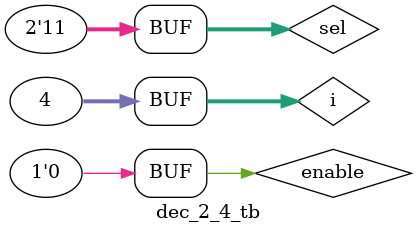
<source format=v>
module dec_2_4(
    input wire enable, 
    input wire [1:0] sel,
    output wire [3:0] data
);
   assign data[0] = enable | sel[1] | sel[0];
   assign data[1] = enable | sel[1] | ~sel[0];
   assign data[2] = enable | ~sel[1] | sel[0];
   assign data[3] = enable | ~sel[1] | ~sel[0];

endmodule

module dec_2_4_tb;

reg enable;
reg [1:0] sel;
wire [3:0] data;

dec_2_4 dec_tb(
    .enable(enable),
    .sel(sel),
    .data(data)
);

integer i;

initial begin
    $display("enable sel[1] sel[0] | data[3] data[2] data[1] data[0]");
    $monitor("%b       %b       %b    |    %b     %b     %b      %b", enable, sel[1], sel[0], data[3], data[2], data[1], data[0]);
    {enable, sel} = 0;
    for(i = 0; i < 4; i = i + 1)
        #20 sel = i;
end

endmodule
</source>
